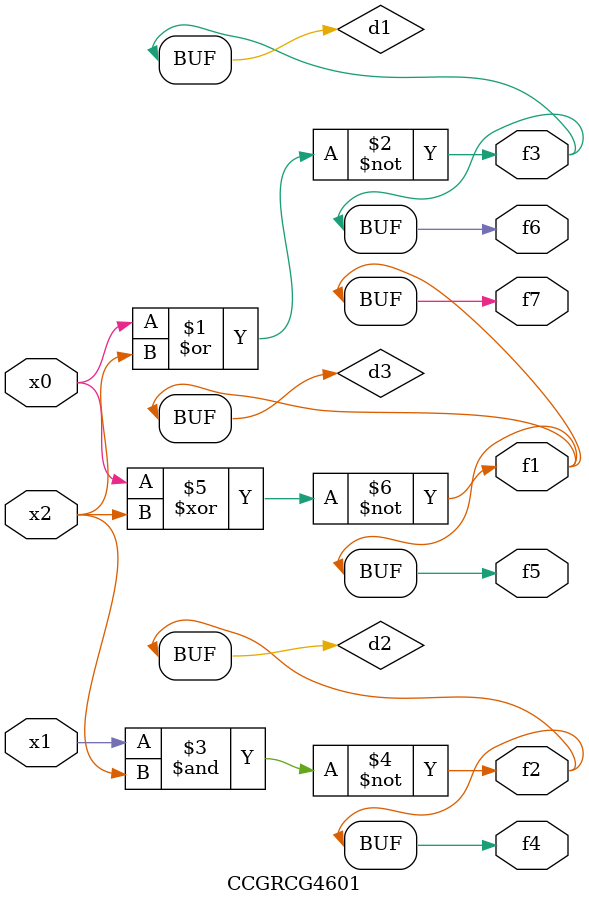
<source format=v>
module CCGRCG4601(
	input x0, x1, x2,
	output f1, f2, f3, f4, f5, f6, f7
);

	wire d1, d2, d3;

	nor (d1, x0, x2);
	nand (d2, x1, x2);
	xnor (d3, x0, x2);
	assign f1 = d3;
	assign f2 = d2;
	assign f3 = d1;
	assign f4 = d2;
	assign f5 = d3;
	assign f6 = d1;
	assign f7 = d3;
endmodule

</source>
